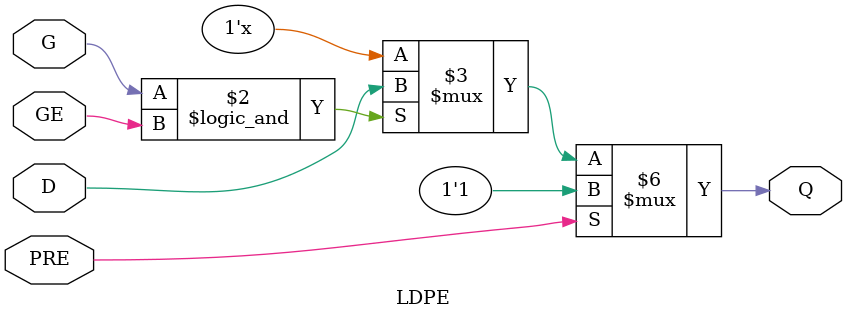
<source format=v>


module IBUF(O, I);
   output O;
   input  I;
   assign O = I;
endmodule

module OBUF(O, I);
   output O;
   input  I;
   assign O = I;
endmodule

module OBUFT(O, I, T);
   output O;
   input  I, T;
   assign O = T ? 1'bz : I;
endmodule

module GND(G);
   output G;
   assign G = 0;
endmodule

module INV(O, I);
   input I;
   output O;
   assign O = !I;
endmodule

module LUT1(O, I0);
   parameter INIT = 0;
   input I0;
   wire [1:0] lutdata = INIT;
   wire [0:0] idx = { I0 };
   output     O;
   assign O = lutdata[idx];
endmodule

module LUT2(O, I0, I1);
   parameter INIT = 0;
   input I0, I1;
   wire [3:0] lutdata = INIT;
   wire [1:0] idx = { I1, I0 };
   output     O;
   assign O = lutdata[idx];
endmodule

module LUT3(O, I0, I1, I2);
   parameter INIT = 0;
   input I0, I1, I2;
   wire [7:0] lutdata = INIT;
   wire [2:0] idx = { I2, I1, I0 };
   output     O;
   assign O = lutdata[idx];
endmodule

module LUT4(O, I0, I1, I2, I3);
   parameter INIT = 0;
   input I0, I1, I2, I3;
   wire [15:0] lutdata = INIT;
   wire [3:0]  idx = { I3, I2, I1, I0 };
   output      O;
   assign O = lutdata[idx];
endmodule

module LUT5(O, I0, I1, I2, I3, I4);
   parameter INIT = 0;
   input I0, I1, I2, I3, I4;
   wire [31:0] lutdata = INIT;
   wire [4:0]  idx = { I4, I3, I2, I1, I0 };
   output      O;
   assign O = lutdata[idx];
endmodule

module LUT6(O, I0, I1, I2, I3, I4, I5);
   parameter INIT = 0;
   input I0, I1, I2, I3, I4, I5;
   wire [63:0] lutdata = INIT;
   wire [5:0]  idx = { I5, I4, I3, I2, I1, I0 };
   output      O;
   assign O = lutdata[idx];
endmodule

module MUXCY(O, CI, DI, S);
   input CI, DI, S;
   output O;
   assign O = S ? CI : DI;
endmodule

module MUXF7(O, I0, I1, S);
   input I0, I1, S;
   output O;
   assign O = S ? I1 : I0;
endmodule

module MUXF8(O, I0, I1, S);
   input I0, I1, S;
   output O;
   assign O = S ? I1 : I0;
endmodule

module VCC(P);
   output P;
   assign P = 1;
endmodule

module XORCY(O, CI, LI);
   input CI, LI;
   output O;
   assign O = CI ^ LI;
endmodule

module CARRY4(CO, O, CI, CYINIT, DI, S);
   output [3:0] CO, O;
   input        CI, CYINIT;
   input [3:0]  DI, S;
   wire         ci_or_cyinit;
   assign O = S ^ {CO[2:0], ci_or_cyinit};
   assign CO[0] = S[0] ? ci_or_cyinit : DI[0];
   assign CO[1] = S[1] ? CO[0] : DI[1];
   assign CO[2] = S[2] ? CO[1] : DI[2];
   assign CO[3] = S[3] ? CO[2] : DI[3];
   assign ci_or_cyinit = CI | CYINIT;
endmodule

module LDCE (Q, CLR, D, G, GE);
   parameter [0:0] INIT = 1'b0;
   parameter [0:0] IS_CLR_INVERTED = 1'b0;
   parameter [0:0] IS_G_INVERTED = 1'b0;

   output Q;
   reg    Q = INIT;

   input  CLR, D, G, GE;
   wire   CLR_in, G_in;

   assign CLR_in = IS_CLR_INVERTED ^ CLR;
   assign G_in = IS_G_INVERTED ^ G;

   always @( CLR_in or D or G_in or GE)
     if (CLR_in)
       Q <= 0;
     else if (G_in && GE)
       Q <= D;
endmodule

module BUFG (O, I);
   output O;
   input  I;
   buf B1 (O, I);
endmodule

module FDRE (Q, C, CE, D, R);
   parameter [0:0] INIT = 1'b0;
   parameter [0:0] IS_C_INVERTED = 1'b0;
   parameter [0:0] IS_D_INVERTED = 1'b0;
   parameter [0:0] IS_R_INVERTED = 1'b0;

   output Q;
   reg    Q = INIT;

   input  C, CE, D, R;
   wire   C_in, D_in, R_in;

   assign C_in = C ^ IS_C_INVERTED;
   assign D_in = D ^ IS_D_INVERTED;
   assign R_in = R ^ IS_R_INVERTED;

   always @(posedge C_in)
     if (R_in)
       Q <= 0;
     else if (CE)
       Q <= D_in;
endmodule

module FDSE (Q, C, CE, D, S);
   parameter INIT = 1'b1;
   parameter [0:0] IS_C_INVERTED = 1'b0;
   parameter [0:0] IS_S_INVERTED = 1'b0;
   parameter [0:0] IS_D_INVERTED = 1'b0;

   output Q;

   input  C, CE, D, S;

   wire   Q;
   wire   C_in;
   wire   S_in;
   wire   D_in;
   wire   rst_int = 0;
   wire   set_int = S;
   reg    q_out;

   initial q_out = INIT;

   assign Q = q_out;
   assign C_in = IS_C_INVERTED ^ C;
   assign S_in = IS_S_INVERTED ^ S;
   assign D_in = IS_D_INVERTED ^ D;

   always @(posedge C_in)
	 if (S_in)
	   q_out <=  1;
	 else if (CE)
	   q_out <=  D_in;
endmodule

module LD (Q, D, G);
   parameter INIT = 1'b0;
   output Q;
   wire   Q;
   input  D, G;
   reg    q_out;

   initial q_out = INIT;

   assign Q = q_out;

   always @(D or G)
     if (G)
       q_out <= D;
endmodule

module FD (Q, C, D);
   parameter INIT = 1'b0;
   output Q;
   input  C, D;

   wire   Q;
   reg    q_out;

   initial q_out = INIT;

   always @(posedge C)
     q_out <=  D;

   assign Q = q_out;
endmodule

module LDPE (Q, D, G, GE, PRE);
   parameter INIT = 1'b1;

   output Q;
   reg    Q;

   input  D, G, GE, PRE;

   always @( PRE or D or G or GE)
	 if (PRE)
	   Q <= 1;
	 else if (G && GE)
	   Q <= D;
endmodule

</source>
